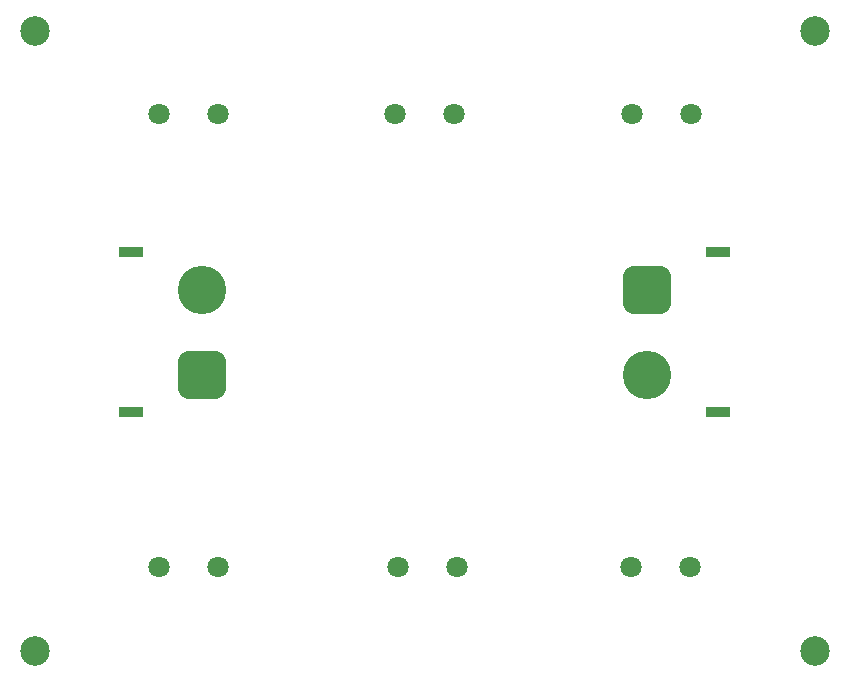
<source format=gbr>
%TF.GenerationSoftware,KiCad,Pcbnew,8.0.6*%
%TF.CreationDate,2025-05-08T15:46:12-04:00*%
%TF.ProjectId,5VConnectorBoard,3556436f-6e6e-4656-9374-6f72426f6172,rev?*%
%TF.SameCoordinates,Original*%
%TF.FileFunction,Soldermask,Bot*%
%TF.FilePolarity,Negative*%
%FSLAX46Y46*%
G04 Gerber Fmt 4.6, Leading zero omitted, Abs format (unit mm)*
G04 Created by KiCad (PCBNEW 8.0.6) date 2025-05-08 15:46:12*
%MOMM*%
%LPD*%
G01*
G04 APERTURE LIST*
G04 Aperture macros list*
%AMRoundRect*
0 Rectangle with rounded corners*
0 $1 Rounding radius*
0 $2 $3 $4 $5 $6 $7 $8 $9 X,Y pos of 4 corners*
0 Add a 4 corners polygon primitive as box body*
4,1,4,$2,$3,$4,$5,$6,$7,$8,$9,$2,$3,0*
0 Add four circle primitives for the rounded corners*
1,1,$1+$1,$2,$3*
1,1,$1+$1,$4,$5*
1,1,$1+$1,$6,$7*
1,1,$1+$1,$8,$9*
0 Add four rect primitives between the rounded corners*
20,1,$1+$1,$2,$3,$4,$5,0*
20,1,$1+$1,$4,$5,$6,$7,0*
20,1,$1+$1,$6,$7,$8,$9,0*
20,1,$1+$1,$8,$9,$2,$3,0*%
G04 Aperture macros list end*
%ADD10R,2.000000X0.900000*%
%ADD11RoundRect,1.025000X-1.025000X1.025000X-1.025000X-1.025000X1.025000X-1.025000X1.025000X1.025000X0*%
%ADD12C,4.100000*%
%ADD13C,2.500000*%
%ADD14C,1.803400*%
%ADD15RoundRect,1.025000X1.025000X-1.025000X1.025000X1.025000X-1.025000X1.025000X-1.025000X-1.025000X0*%
G04 APERTURE END LIST*
D10*
%TO.C,J2*%
X158850000Y-84750000D03*
X158850000Y-98250000D03*
D11*
X152850000Y-87900000D03*
D12*
X152850000Y-95100000D03*
%TD*%
D13*
%TO.C,REF\u002A\u002A*%
X101000000Y-118500000D03*
%TD*%
D14*
%TO.C,U5*%
X131750002Y-111386406D03*
X136750002Y-111386406D03*
%TD*%
%TO.C,U1*%
X116517400Y-73070102D03*
X111517400Y-73070102D03*
%TD*%
%TO.C,U3*%
X156517400Y-73070102D03*
X151517400Y-73070102D03*
%TD*%
%TO.C,U6*%
X151482600Y-111429899D03*
X156482600Y-111429899D03*
%TD*%
D10*
%TO.C,J1*%
X109150000Y-98250000D03*
X109150000Y-84750000D03*
D15*
X115150000Y-95100000D03*
D12*
X115150000Y-87900000D03*
%TD*%
D13*
%TO.C,REF\u002A\u002A*%
X101000000Y-66000000D03*
%TD*%
%TO.C,REF\u002A\u002A*%
X167000000Y-118500000D03*
%TD*%
D14*
%TO.C,U4*%
X111482600Y-111429899D03*
X116482600Y-111429899D03*
%TD*%
%TO.C,U2*%
X136517400Y-73070102D03*
X131517400Y-73070102D03*
%TD*%
D13*
%TO.C,REF\u002A\u002A*%
X167000000Y-66000000D03*
%TD*%
M02*

</source>
